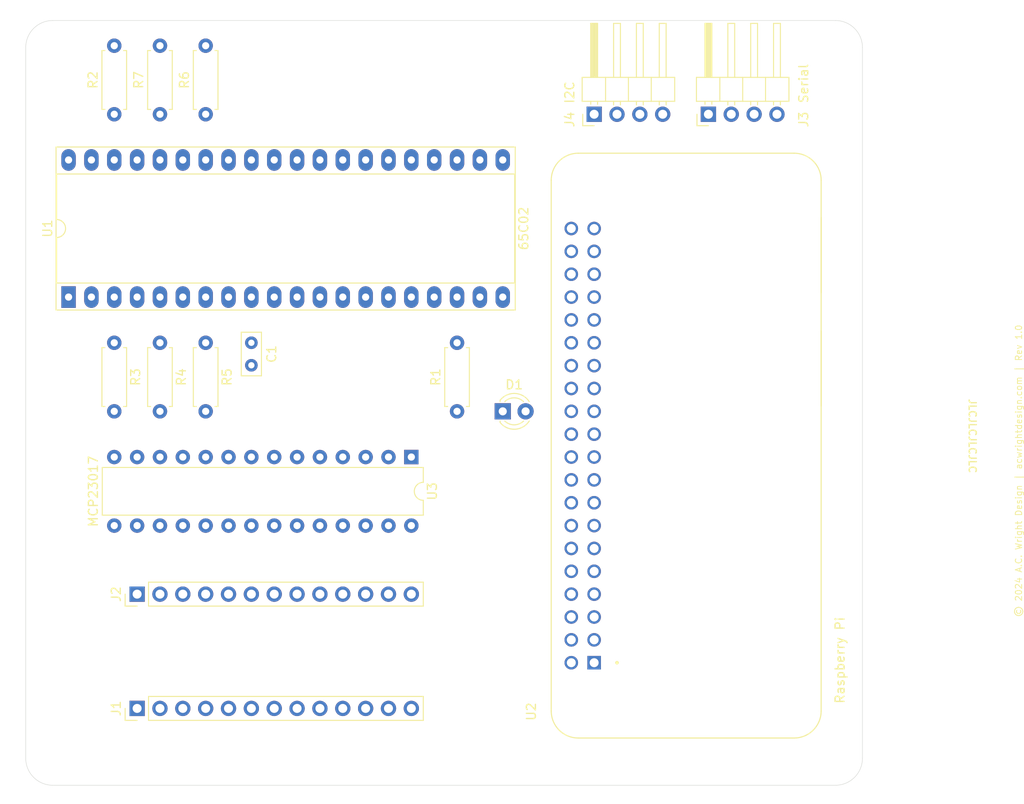
<source format=kicad_pcb>
(kicad_pcb (version 20240108) (generator "pcbnew") (generator_version "8.0")
  (title_block (title "6502 Pi SBC") (date "2024-05-27") (rev "1.0") (company "A.C. Wright Design"))
  (layers (0 "F.Cu" signal) (31 "B.Cu" signal) (34 "B.Paste" user) (35 "F.Paste" user) (36 "B.SilkS" user "B.Silkscreen") (37 "F.SilkS" user "F.Silkscreen") (38 "B.Mask" user) (39 "F.Mask" user) (44 "Edge.Cuts" user))
  (net 0 "")
  (net 1 "GND")
  (net 2 "3V3")
  (net 3 "Net-(D1-K)")
  (net 4 "IRQB")
  (net 5 "NMIB")
  (net 6 "D2")
  (net 7 "A2")
  (net 8 "RESB")
  (net 9 "A9")
  (net 10 "Net-(D1-A)")
  (net 11 "A6")
  (net 12 "A1")
  (net 13 "RWB")
  (net 14 "A15")
  (net 15 "D0")
  (net 16 "SDA")
  (net 17 "A12")
  (net 18 "SCL")
  (net 19 "INTB")
  (net 20 "INTA")
  (net 21 "A0")
  (net 22 "A11")
  (net 23 "D1")
  (net 24 "TX")
  (net 25 "A7")
  (net 26 "PHI2")
  (net 27 "D5")
  (net 28 "A14")
  (net 29 "A4")
  (net 30 "A3")
  (net 31 "D7")
  (net 32 "A8")
  (net 33 "A13")
  (net 34 "A10")
  (net 35 "RX")
  (net 36 "D4")
  (net 37 "A5")
  (net 38 "D3")
  (net 39 "D6")
  (net 40 "RDY")
  (net 41 "BE")
  (net 42 "SOB")
  (net 43 "VPB")
  (net 46 "MLB")
  (net 47 "SYNC")
  (footprint "Capacitor_THT:C_Rect_L4.6mm_W2.0mm_P2.50mm_MKS02_FKP02" (layer "F.Cu") (at 132.08 83.82 -90)
    (property "Reference" "C1" (at 1.25 -2.25 90) (layer "F.SilkS"))
    (property "Value" "100nF")
    (fp_line (start -1.17 1.12) (end 3.67 1.12) (stroke (width 0.12)) (layer "F.SilkS"))
    (fp_line (start -1.17 -1.12) (end -1.17 1.12) (stroke (width 0.12)) (layer "F.SilkS"))
    (fp_line (start -1.17 -1.12) (end 3.67 -1.12) (stroke (width 0.12)) (layer "F.SilkS"))
    (fp_line (start 3.67 -1.12) (end 3.67 1.12) (stroke (width 0.12)) (layer "F.SilkS"))
    (pad "1" thru_hole circle (at 0 0 270) (size 1.4 1.4) (drill 0.7) (layers "*.Cu" "*.Mask") (net 2 "3V3"))
    (pad "2" thru_hole circle (at 2.5 0 270) (size 1.4 1.4) (drill 0.7) (layers "*.Cu" "*.Mask") (net 1 "GND"))
  )
  (footprint "Resistor_THT:R_Axial_DIN0207_L6.3mm_D2.5mm_P7.62mm_Horizontal" (layer "F.Cu") (at 154.94 91.44 90)
    (property "Reference" "R1" (at 3.81 -2.37 270) (layer "F.SilkS"))
    (property "Value" "1k")
    (fp_line (start 7.08 -1.37) (end 7.08 -1.04) (stroke (width 0.12)) (layer "F.SilkS"))
    (fp_line (start 0.54 -1.37) (end 7.08 -1.37) (stroke (width 0.12)) (layer "F.SilkS"))
    (fp_line (start 0.54 -1.04) (end 0.54 -1.37) (stroke (width 0.12)) (layer "F.SilkS"))
    (fp_line (start 0.54 1.04) (end 0.54 1.37) (stroke (width 0.12)) (layer "F.SilkS"))
    (fp_line (start 7.08 1.37) (end 7.08 1.04) (stroke (width 0.12)) (layer "F.SilkS"))
    (fp_line (start 0.54 1.37) (end 7.08 1.37) (stroke (width 0.12)) (layer "F.SilkS"))
    (pad "1" thru_hole circle (at 0 0 90) (size 1.6 1.6) (drill 0.8) (layers "*.Cu" "*.Mask") (net 3 "Net-(D1-K)"))
    (pad "2" thru_hole oval (at 7.62 0 90) (size 1.6 1.6) (drill 0.8) (layers "*.Cu" "*.Mask") (net 1 "GND"))
  )
  (footprint "Connector_PinHeader_2.54mm:PinHeader_1x04_P2.54mm_Horizontal" (layer "F.Cu") (at 170.18 58.42 90)
    (property "Reference" "J4" (at -0.58 -2.72 270) (layer "F.SilkS"))
    (property "Value" "I2C" (at 2.42 -2.72 270) (layer "F.SilkS"))
    (fp_line (start 4.1 -1.33) (end 1.44 -1.33) (stroke (width 0.12)) (layer "F.SilkS"))
    (fp_line (start 1.44 -1.33) (end 1.44 8.95) (stroke (width 0.12)) (layer "F.SilkS"))
    (fp_line (start -1.27 -1.27) (end 0 -1.27) (stroke (width 0.12)) (layer "F.SilkS"))
    (fp_line (start 10.1 -0.38) (end 10.1 0.38) (stroke (width 0.12)) (layer "F.SilkS"))
    (fp_line (start 4.1 -0.38) (end 10.1 -0.38) (stroke (width 0.12)) (layer "F.SilkS"))
    (fp_line (start 1.11 -0.38) (end 1.44 -0.38) (stroke (width 0.12)) (layer "F.SilkS"))
    (fp_line (start 4.1 -0.32) (end 10.1 -0.32) (stroke (width 0.12)) (layer "F.SilkS"))
    (fp_line (start 4.1 -0.2) (end 10.1 -0.2) (stroke (width 0.12)) (layer "F.SilkS"))
    (fp_line (start 4.1 -0.08) (end 10.1 -0.08) (stroke (width 0.12)) (layer "F.SilkS"))
    (fp_line (start -1.27 0) (end -1.27 -1.27) (stroke (width 0.12)) (layer "F.SilkS"))
    (fp_line (start 4.1 0.04) (end 10.1 0.04) (stroke (width 0.12)) (layer "F.SilkS"))
    (fp_line (start 4.1 0.16) (end 10.1 0.16) (stroke (width 0.12)) (layer "F.SilkS"))
    (fp_line (start 4.1 0.28) (end 10.1 0.28) (stroke (width 0.12)) (layer "F.SilkS"))
    (fp_line (start 10.1 0.38) (end 4.1 0.38) (stroke (width 0.12)) (layer "F.SilkS"))
    (fp_line (start 1.11 0.38) (end 1.44 0.38) (stroke (width 0.12)) (layer "F.SilkS"))
    (fp_line (start 1.44 1.27) (end 4.1 1.27) (stroke (width 0.12)) (layer "F.SilkS"))
    (fp_line (start 10.1 2.16) (end 10.1 2.92) (stroke (width 0.12)) (layer "F.SilkS"))
    (fp_line (start 4.1 2.16) (end 10.1 2.16) (stroke (width 0.12)) (layer "F.SilkS"))
    (fp_line (start 1.042929 2.16) (end 1.44 2.16) (stroke (width 0.12)) (layer "F.SilkS"))
    (fp_line (start 10.1 2.92) (end 4.1 2.92) (stroke (width 0.12)) (layer "F.SilkS"))
    (fp_line (start 1.042929 2.92) (end 1.44 2.92) (stroke (width 0.12)) (layer "F.SilkS"))
    (fp_line (start 1.44 3.81) (end 4.1 3.81) (stroke (width 0.12)) (layer "F.SilkS"))
    (fp_line (start 10.1 4.7) (end 10.1 5.46) (stroke (width 0.12)) (layer "F.SilkS"))
    (fp_line (start 4.1 4.7) (end 10.1 4.7) (stroke (width 0.12)) (layer "F.SilkS"))
    (fp_line (start 1.042929 4.7) (end 1.44 4.7) (stroke (width 0.12)) (layer "F.SilkS"))
    (fp_line (start 10.1 5.46) (end 4.1 5.46) (stroke (width 0.12)) (layer "F.SilkS"))
    (fp_line (start 1.042929 5.46) (end 1.44 5.46) (stroke (width 0.12)) (layer "F.SilkS"))
    (fp_line (start 1.44 6.35) (end 4.1 6.35) (stroke (width 0.12)) (layer "F.SilkS"))
    (fp_line (start 10.1 7.24) (end 10.1 8) (stroke (width 0.12)) (layer "F.SilkS"))
    (fp_line (start 4.1 7.24) (end 10.1 7.24) (stroke (width 0.12)) (layer "F.SilkS"))
    (fp_line (start 1.042929 7.24) (end 1.44 7.24) (stroke (width 0.12)) (layer "F.SilkS"))
    (fp_line (start 10.1 8) (end 4.1 8) (stroke (width 0.12)) (layer "F.SilkS"))
    (fp_line (start 1.042929 8) (end 1.44 8) (stroke (width 0.12)) (layer "F.SilkS"))
    (fp_line (start 4.1 8.95) (end 4.1 -1.33) (stroke (width 0.12)) (layer "F.SilkS"))
    (fp_line (start 1.44 8.95) (end 4.1 8.95) (stroke (width 0.12)) (layer "F.SilkS"))
    (pad "1" thru_hole rect (at 0 0 90) (size 1.7 1.7) (drill 1) (layers "*.Cu" "*.Mask") (net 1 "GND"))
    (pad "2" thru_hole oval (at 0 2.54 90) (size 1.7 1.7) (drill 1) (layers "*.Cu" "*.Mask") (net 18 "SCL"))
    (pad "3" thru_hole oval (at 0 5.08 90) (size 1.7 1.7) (drill 1) (layers "*.Cu" "*.Mask") (net 16 "SDA"))
    (pad "4" thru_hole oval (at 0 7.62 90) (size 1.7 1.7) (drill 1) (layers "*.Cu" "*.Mask") (net 2 "3V3"))
  )
  (footprint "Package_DIP:DIP-28_W7.62mm" (layer "F.Cu") (at 149.86 96.52 -90)
    (property "Reference" "U3" (at 3.81 -2.33 90) (layer "F.SilkS"))
    (property "Value" "MCP23017" (at 3.81 35.35 90) (layer "F.SilkS"))
    (fp_line (start 1.16 34.35) (end 6.46 34.35) (stroke (width 0.12)) (layer "F.SilkS"))
    (fp_line (start 6.46 34.35) (end 6.46 -1.33) (stroke (width 0.12)) (layer "F.SilkS"))
    (fp_line (start 1.16 -1.33) (end 1.16 34.35) (stroke (width 0.12)) (layer "F.SilkS"))
    (fp_line (start 2.81 -1.33) (end 1.16 -1.33) (stroke (width 0.12)) (layer "F.SilkS"))
    (fp_line (start 6.46 -1.33) (end 4.81 -1.33) (stroke (width 0.12)) (layer "F.SilkS"))
    (fp_arc (start 4.81 -1.33) (mid 3.81 -0.33) (end 2.81 -1.33) (stroke (width 0.12)) (layer "F.SilkS"))
    (pad "1" thru_hole rect (at 0 0 270) (size 1.6 1.6) (drill 0.8) (layers "*.Cu" "*.Mask") (net 32 "A8"))
    (pad "2" thru_hole oval (at 0 2.54 270) (size 1.6 1.6) (drill 0.8) (layers "*.Cu" "*.Mask") (net 9 "A9"))
    (pad "3" thru_hole oval (at 0 5.08 270) (size 1.6 1.6) (drill 0.8) (layers "*.Cu" "*.Mask") (net 34 "A10"))
    (pad "4" thru_hole oval (at 0 7.62 270) (size 1.6 1.6) (drill 0.8) (layers "*.Cu" "*.Mask") (net 22 "A11"))
    (pad "5" thru_hole oval (at 0 10.16 270) (size 1.6 1.6) (drill 0.8) (layers "*.Cu" "*.Mask") (net 17 "A12"))
    (pad "6" thru_hole oval (at 0 12.7 270) (size 1.6 1.6) (drill 0.8) (layers "*.Cu" "*.Mask") (net 33 "A13"))
    (pad "7" thru_hole oval (at 0 15.24 270) (size 1.6 1.6) (drill 0.8) (layers "*.Cu" "*.Mask") (net 28 "A14"))
    (pad "8" thru_hole oval (at 0 17.78 270) (size 1.6 1.6) (drill 0.8) (layers "*.Cu" "*.Mask") (net 14 "A15"))
    (pad "9" thru_hole oval (at 0 20.32 270) (size 1.6 1.6) (drill 0.8) (layers "*.Cu" "*.Mask") (net 2 "3V3"))
    (pad "10" thru_hole oval (at 0 22.86 270) (size 1.6 1.6) (drill 0.8) (layers "*.Cu" "*.Mask") (net 1 "GND"))
    (pad "11" thru_hole oval (at 0 25.4 270) (size 1.6 1.6) (drill 0.8) (layers "*.Cu" "*.Mask"))
    (pad "12" thru_hole oval (at 0 27.94 270) (size 1.6 1.6) (drill 0.8) (layers "*.Cu" "*.Mask") (net 18 "SCL"))
    (pad "13" thru_hole oval (at 0 30.48 270) (size 1.6 1.6) (drill 0.8) (layers "*.Cu" "*.Mask") (net 16 "SDA"))
    (pad "14" thru_hole oval (at 0 33.02 270) (size 1.6 1.6) (drill 0.8) (layers "*.Cu" "*.Mask"))
    (pad "15" thru_hole oval (at 7.62 33.02 270) (size 1.6 1.6) (drill 0.8) (layers "*.Cu" "*.Mask") (net 1 "GND"))
    (pad "16" thru_hole oval (at 7.62 30.48 270) (size 1.6 1.6) (drill 0.8) (layers "*.Cu" "*.Mask") (net 1 "GND"))
    (pad "17" thru_hole oval (at 7.62 27.94 270) (size 1.6 1.6) (drill 0.8) (layers "*.Cu" "*.Mask") (net 1 "GND"))
    (pad "18" thru_hole oval (at 7.62 25.4 270) (size 1.6 1.6) (drill 0.8) (layers "*.Cu" "*.Mask") (net 8 "RESB"))
    (pad "19" thru_hole oval (at 7.62 22.86 270) (size 1.6 1.6) (drill 0.8) (layers "*.Cu" "*.Mask") (net 19 "INTB"))
    (pad "20" thru_hole oval (at 7.62 20.32 270) (size 1.6 1.6) (drill 0.8) (layers "*.Cu" "*.Mask") (net 20 "INTA"))
    (pad "21" thru_hole oval (at 7.62 17.78 270) (size 1.6 1.6) (drill 0.8) (layers "*.Cu" "*.Mask") (net 21 "A0"))
    (pad "22" thru_hole oval (at 7.62 15.24 270) (size 1.6 1.6) (drill 0.8) (layers "*.Cu" "*.Mask") (net 12 "A1"))
    (pad "23" thru_hole oval (at 7.62 12.7 270) (size 1.6 1.6) (drill 0.8) (layers "*.Cu" "*.Mask") (net 7 "A2"))
    (pad "24" thru_hole oval (at 7.62 10.16 270) (size 1.6 1.6) (drill 0.8) (layers "*.Cu" "*.Mask") (net 30 "A3"))
    (pad "25" thru_hole oval (at 7.62 7.62 270) (size 1.6 1.6) (drill 0.8) (layers "*.Cu" "*.Mask") (net 29 "A4"))
    (pad "26" thru_hole oval (at 7.62 5.08 270) (size 1.6 1.6) (drill 0.8) (layers "*.Cu" "*.Mask") (net 37 "A5"))
    (pad "27" thru_hole oval (at 7.62 2.54 270) (size 1.6 1.6) (drill 0.8) (layers "*.Cu" "*.Mask") (net 11 "A6"))
    (pad "28" thru_hole oval (at 7.62 0 270) (size 1.6 1.6) (drill 0.8) (layers "*.Cu" "*.Mask") (net 25 "A7"))
  )
  (footprint "LED_THT:LED_D3.0mm" (layer "F.Cu") (at 160.02 91.44)
    (property "Reference" "D1" (at 1.27 -2.96 0) (layer "F.SilkS"))
    (property "Value" "LED")
    (fp_line (start -0.29 -1.236) (end -0.29 -1.08) (stroke (width 0.12)) (layer "F.SilkS"))
    (fp_line (start -0.29 1.08) (end -0.29 1.236) (stroke (width 0.12)) (layer "F.SilkS"))
    (fp_arc (start -0.29 -1.235516) (mid 1.366487 -1.987659) (end 2.942335 -1.078608) (stroke (width 0.12)) (layer "F.SilkS"))
    (fp_arc (start 0.229039 -1.08) (mid 1.270117 -1.5) (end 2.31113 -1.079837) (stroke (width 0.12)) (layer "F.SilkS"))
    (fp_arc (start 2.31113 1.079837) (mid 1.270117 1.5) (end 0.229039 1.08) (stroke (width 0.12)) (layer "F.SilkS"))
    (fp_arc (start 2.942335 1.078608) (mid 1.366487 1.987659) (end -0.29 1.235516) (stroke (width 0.12)) (layer "F.SilkS"))
    (pad "1" thru_hole rect (at 0 0) (size 1.8 1.8) (drill 0.9) (layers "*.Cu" "*.Mask") (net 3 "Net-(D1-K)"))
    (pad "2" thru_hole circle (at 2.54 0) (size 1.8 1.8) (drill 0.9) (layers "*.Cu" "*.Mask") (net 10 "Net-(D1-A)"))
  )
  (footprint "Resistor_THT:R_Axial_DIN0207_L6.3mm_D2.5mm_P7.62mm_Horizontal" (layer "F.Cu") (at 116.84 58.42 90)
    (property "Reference" "R2" (at 3.81 -2.37 270) (layer "F.SilkS"))
    (property "Value" "1k")
    (fp_line (start 7.08 -1.37) (end 7.08 -1.04) (stroke (width 0.12)) (layer "F.SilkS"))
    (fp_line (start 0.54 -1.37) (end 7.08 -1.37) (stroke (width 0.12)) (layer "F.SilkS"))
    (fp_line (start 0.54 -1.04) (end 0.54 -1.37) (stroke (width 0.12)) (layer "F.SilkS"))
    (fp_line (start 0.54 1.04) (end 0.54 1.37) (stroke (width 0.12)) (layer "F.SilkS"))
    (fp_line (start 7.08 1.37) (end 7.08 1.04) (stroke (width 0.12)) (layer "F.SilkS"))
    (fp_line (start 0.54 1.37) (end 7.08 1.37) (stroke (width 0.12)) (layer "F.SilkS"))
    (pad "1" thru_hole circle (at 0 0 90) (size 1.6 1.6) (drill 0.8) (layers "*.Cu" "*.Mask") (net 8 "RESB"))
    (pad "2" thru_hole oval (at 7.62 0 90) (size 1.6 1.6) (drill 0.8) (layers "*.Cu" "*.Mask") (net 2 "3V3"))
  )
  (footprint "MountingHole:MountingHole_2.5mm" (layer "F.Cu") (at 111 129)
    (property "Reference" "REF**" (hide yes))
    (property "Value" "MountingHole_2.5mm" (hide yes))
    (pad "" np_thru_hole circle (at 0 0) (size 2.5 2.5) (drill 2.5) (layers "*.Cu" "*.Mask"))
  )
  (footprint "6502 Parts:Raspberry Pi Zero" (layer "F.Cu") (at 180.41 95.25 90)
    (property "Reference" "U2" (at -29.569 -17.2162 270) (layer "F.SilkS") (effects (font (size 1.00189 1.00189))))
    (property "Value" "Raspberry Pi" (at -23.85503 17.091045 270) (layer "F.SilkS") (effects (font (size 1.000559 1.000559))))
    (fp_line (start 29.5 -15) (end -29.5 -15) (stroke (width 0.127)) (layer "F.SilkS"))
    (fp_line (start -32.5 -12) (end -32.5 12) (stroke (width 0.127)) (layer "F.SilkS"))
    (fp_line (start 32.5 12) (end 32.5 -12) (stroke (width 0.127)) (layer "F.SilkS"))
    (fp_line (start 17 15) (end 25.35 15) (stroke (width 0.127)) (layer "F.SilkS"))
    (fp_line (start 4.4 15) (end 12.75 15) (stroke (width 0.127)) (layer "F.SilkS"))
    (fp_line (start -29.5 15) (end 29.5 15) (stroke (width 0.127)) (layer "F.SilkS"))
    (fp_arc (start 29.5 -15) (mid 31.62132 -14.12132) (end 32.5 -12) (stroke (width 0.127)) (layer "F.SilkS"))
    (fp_arc (start -32.5 -12) (mid -31.62132 -14.12132) (end -29.5 -15) (stroke (width 0.127)) (layer "F.SilkS"))
    (fp_arc (start 32.5 12) (mid 31.62132 14.12132) (end 29.5 15) (stroke (width 0.127)) (layer "F.SilkS"))
    (fp_arc (start -29.5 15) (mid -31.62132 14.12132) (end -32.5 12) (stroke (width 0.127)) (layer "F.SilkS"))
    (fp_circle (center -24.13 -7.69) (end -24.03 -7.69) (stroke (width 0.2)) (fill none) (layer "F.SilkS"))
    (pad "" np_thru_hole circle (at -29 -11.5 90) (size 2.75 2.75) (drill 2.75) (layers "*.Cu" "*.Mask"))
    (pad "" np_thru_hole circle (at -29 11.5 90) (size 2.75 2.75) (drill 2.75) (layers "*.Cu" "*.Mask"))
    (pad "" np_thru_hole circle (at 29 -11.5 90) (size 2.75 2.75) (drill 2.75) (layers "*.Cu" "*.Mask"))
    (pad "" np_thru_hole circle (at 29 11.5 90) (size 2.75 2.75) (drill 2.75) (layers "*.Cu" "*.Mask"))
    (pad "1" thru_hole rect (at -24.13 -10.23 90) (size 1.508 1.508) (drill 1) (layers "*.Cu" "*.Mask") (net 2 "3V3"))
    (pad "2" thru_hole circle (at -24.13 -12.77 90) (size 1.508 1.508) (drill 1) (layers "*.Cu" "*.Mask"))
    (pad "3" thru_hole circle (at -21.59 -10.23 90) (size 1.508 1.508) (drill 1) (layers "*.Cu" "*.Mask") (net 16 "SDA"))
    (pad "4" thru_hole circle (at -21.59 -12.77 90) (size 1.508 1.508) (drill 1) (layers "*.Cu" "*.Mask"))
    (pad "5" thru_hole circle (at -19.05 -10.23 90) (size 1.508 1.508) (drill 1) (layers "*.Cu" "*.Mask") (net 18 "SCL"))
    (pad "6" thru_hole circle (at -19.05 -12.77 90) (size 1.508 1.508) (drill 1) (layers "*.Cu" "*.Mask") (net 1 "GND"))
    (pad "7" thru_hole circle (at -16.51 -10.23 90) (size 1.508 1.508) (drill 1) (layers "*.Cu" "*.Mask") (net 15 "D0"))
    (pad "8" thru_hole circle (at -16.51 -12.77 90) (size 1.508 1.508) (drill 1) (layers "*.Cu" "*.Mask") (net 24 "TX"))
    (pad "9" thru_hole circle (at -13.97 -10.23 90) (size 1.508 1.508) (drill 1) (layers "*.Cu" "*.Mask") (net 1 "GND"))
    (pad "10" thru_hole circle (at -13.97 -12.77 90) (size 1.508 1.508) (drill 1) (layers "*.Cu" "*.Mask") (net 35 "RX"))
    (pad "11" thru_hole circle (at -11.43 -10.23 90) (size 1.508 1.508) (drill 1) (layers "*.Cu" "*.Mask") (net 19 "INTB"))
    (pad "12" thru_hole circle (at -11.43 -12.77 90) (size 1.508 1.508) (drill 1) (layers "*.Cu" "*.Mask") (net 26 "PHI2"))
    (pad "13" thru_hole circle (at -8.89 -10.23 90) (size 1.508 1.508) (drill 1) (layers "*.Cu" "*.Mask") (net 4 "IRQB"))
    (pad "14" thru_hole circle (at -8.89 -12.77 90) (size 1.508 1.508) (drill 1) (layers "*.Cu" "*.Mask") (net 1 "GND"))
    (pad "15" thru_hole circle (at -6.35 -10.23 90) (size 1.508 1.508) (drill 1) (layers "*.Cu" "*.Mask") (net 5 "NMIB"))
    (pad "16" thru_hole circle (at -6.35 -12.77 90) (size 1.508 1.508) (drill 1) (layers "*.Cu" "*.Mask") (net 41 "BE"))
    (pad "17" thru_hole circle (at -3.81 -10.23 90) (size 1.508 1.508) (drill 1) (layers "*.Cu" "*.Mask") (net 2 "3V3"))
    (pad "18" thru_hole circle (at -3.81 -12.77 90) (size 1.508 1.508) (drill 1) (layers "*.Cu" "*.Mask") (net 42 "SOB"))
    (pad "19" thru_hole circle (at -1.27 -10.23 90) (size 1.508 1.508) (drill 1) (layers "*.Cu" "*.Mask") (net 39 "D6"))
    (pad "20" thru_hole circle (at -1.27 -12.77 90) (size 1.508 1.508) (drill 1) (layers "*.Cu" "*.Mask") (net 1 "GND"))
    (pad "21" thru_hole circle (at 1.27 -10.23 90) (size 1.508 1.508) (drill 1) (layers "*.Cu" "*.Mask") (net 27 "D5"))
    (pad "22" thru_hole circle (at 1.27 -12.77 90) (size 1.508 1.508) (drill 1) (layers "*.Cu" "*.Mask") (net 10 "Net-(D1-A)"))
    (pad "23" thru_hole circle (at 3.81 -10.23 90) (size 1.508 1.508) (drill 1) (layers "*.Cu" "*.Mask") (net 31 "D7"))
    (pad "24" thru_hole circle (at 3.81 -12.77 90) (size 1.508 1.508) (drill 1) (layers "*.Cu" "*.Mask") (net 36 "D4"))
    (pad "25" thru_hole circle (at 6.35 -10.23 90) (size 1.508 1.508) (drill 1) (layers "*.Cu" "*.Mask") (net 1 "GND"))
    (pad "26" thru_hole circle (at 6.35 -12.77 90) (size 1.508 1.508) (drill 1) (layers "*.Cu" "*.Mask") (net 38 "D3"))
    (pad "27" thru_hole circle (at 8.89 -10.23 90) (size 1.508 1.508) (drill 1) (layers "*.Cu" "*.Mask"))
    (pad "28" thru_hole circle (at 8.89 -12.77 90) (size 1.508 1.508) (drill 1) (layers "*.Cu" "*.Mask"))
    (pad "29" thru_hole circle (at 11.43 -10.23 90) (size 1.508 1.508) (drill 1) (layers "*.Cu" "*.Mask") (net 23 "D1"))
    (pad "30" thru_hole circle (at 11.43 -12.77 90) (size 1.508 1.508) (drill 1) (layers "*.Cu" "*.Mask") (net 1 "GND"))
    (pad "31" thru_hole circle (at 13.97 -10.23 90) (size 1.508 1.508) (drill 1) (layers "*.Cu" "*.Mask") (net 6 "D2"))
    (pad "32" thru_hole circle (at 13.97 -12.77 90) (size 1.508 1.508) (drill 1) (layers "*.Cu" "*.Mask") (net 47 "SYNC"))
    (pad "33" thru_hole circle (at 16.51 -10.23 90) (size 1.508 1.508) (drill 1) (layers "*.Cu" "*.Mask") (net 13 "RWB"))
    (pad "34" thru_hole circle (at 16.51 -12.77 90) (size 1.508 1.508) (drill 1) (layers "*.Cu" "*.Mask") (net 1 "GND"))
    (pad "35" thru_hole circle (at 19.05 -10.23 90) (size 1.508 1.508) (drill 1) (layers "*.Cu" "*.Mask") (net 40 "RDY"))
    (pad "36" thru_hole circle (at 19.05 -12.77 90) (size 1.508 1.508) (drill 1) (layers "*.Cu" "*.Mask") (net 20 "INTA"))
    (pad "37" thru_hole circle (at 21.59 -10.23 90) (size 1.508 1.508) (drill 1) (layers "*.Cu" "*.Mask") (net 8 "RESB"))
    (pad "38" thru_hole circle (at 21.59 -12.77 90) (size 1.508 1.508) (drill 1) (layers "*.Cu" "*.Mask") (net 46 "MLB"))
    (pad "39" thru_hole circle (at 24.13 -10.23 90) (size 1.508 1.508) (drill 1) (layers "*.Cu" "*.Mask") (net 1 "GND"))
    (pad "40" thru_hole circle (at 24.13 -12.77 90) (size 1.508 1.508) (drill 1) (layers "*.Cu" "*.Mask") (net 43 "VPB"))
  )
  (footprint "Connector_PinHeader_2.54mm:PinHeader_1x13_P2.54mm_Vertical" (layer "F.Cu") (at 119.38 124.46 90)
    (property "Reference" "J1" (at 0 -2.33 270) (layer "F.SilkS"))
    (property "Value" "Conn_01x13" (hide yes))
    (fp_line (start -1.33 -1.33) (end 0 -1.33) (stroke (width 0.12)) (layer "F.SilkS"))
    (fp_line (start -1.33 0) (end -1.33 -1.33) (stroke (width 0.12)) (layer "F.SilkS"))
    (fp_line (start 1.33 1.27) (end 1.33 31.81) (stroke (width 0.12)) (layer "F.SilkS"))
    (fp_line (start -1.33 1.27) (end 1.33 1.27) (stroke (width 0.12)) (layer "F.SilkS"))
    (fp_line (start -1.33 1.27) (end -1.33 31.81) (stroke (width 0.12)) (layer "F.SilkS"))
    (fp_line (start -1.33 31.81) (end 1.33 31.81) (stroke (width 0.12)) (layer "F.SilkS"))
    (pad "1" thru_hole rect (at 0 0 90) (size 1.7 1.7) (drill 1) (layers "*.Cu" "*.Mask") (net 2 "3V3"))
    (pad "2" thru_hole oval (at 0 2.54 90) (size 1.7 1.7) (drill 1) (layers "*.Cu" "*.Mask") (net 1 "GND"))
    (pad "3" thru_hole oval (at 0 5.08 90) (size 1.7 1.7) (drill 1) (layers "*.Cu" "*.Mask") (net 18 "SCL"))
    (pad "4" thru_hole oval (at 0 7.62 90) (size 1.7 1.7) (drill 1) (layers "*.Cu" "*.Mask") (net 16 "SDA"))
    (pad "5" thru_hole oval (at 0 10.16 90) (size 1.7 1.7) (drill 1) (layers "*.Cu" "*.Mask") (net 8 "RESB"))
    (pad "6" thru_hole oval (at 0 12.7 90) (size 1.7 1.7) (drill 1) (layers "*.Cu" "*.Mask") (net 21 "A0"))
    (pad "7" thru_hole oval (at 0 15.24 90) (size 1.7 1.7) (drill 1) (layers "*.Cu" "*.Mask") (net 12 "A1"))
    (pad "8" thru_hole oval (at 0 17.78 90) (size 1.7 1.7) (drill 1) (layers "*.Cu" "*.Mask") (net 7 "A2"))
    (pad "9" thru_hole oval (at 0 20.32 90) (size 1.7 1.7) (drill 1) (layers "*.Cu" "*.Mask") (net 30 "A3"))
    (pad "10" thru_hole oval (at 0 22.86 90) (size 1.7 1.7) (drill 1) (layers "*.Cu" "*.Mask") (net 29 "A4"))
    (pad "11" thru_hole oval (at 0 25.4 90) (size 1.7 1.7) (drill 1) (layers "*.Cu" "*.Mask") (net 37 "A5"))
    (pad "12" thru_hole oval (at 0 27.94 90) (size 1.7 1.7) (drill 1) (layers "*.Cu" "*.Mask") (net 11 "A6"))
    (pad "13" thru_hole oval (at 0 30.48 90) (size 1.7 1.7) (drill 1) (layers "*.Cu" "*.Mask") (net 25 "A7"))
  )
  (footprint "MountingHole:MountingHole_2.5mm" (layer "F.Cu") (at 111 52)
    (property "Reference" "REF**" (hide yes))
    (property "Value" "MountingHole_2.5mm" (hide yes))
    (pad "" np_thru_hole circle (at 0 0) (size 2.5 2.5) (drill 2.5) (layers "F&B.Cu" "*.Mask"))
  )
  (footprint "MountingHole:MountingHole_2.5mm" (layer "F.Cu") (at 196 52)
    (property "Reference" "REF**" (hide yes))
    (property "Value" "MountingHole_2.5mm" (hide yes))
    (pad "" np_thru_hole circle (at 0 0) (size 2.5 2.5) (drill 2.5) (layers "F&B.Cu" "*.Mask"))
  )
  (footprint "Connector_PinHeader_2.54mm:PinHeader_1x13_P2.54mm_Vertical" (layer "F.Cu") (at 119.38 111.76 90)
    (property "Reference" "J2" (at 0 -2.33 270) (layer "F.SilkS"))
    (property "Value" "Conn_01x13" (hide yes))
    (fp_line (start -1.33 -1.33) (end 0 -1.33) (stroke (width 0.12)) (layer "F.SilkS"))
    (fp_line (start -1.33 0) (end -1.33 -1.33) (stroke (width 0.12)) (layer "F.SilkS"))
    (fp_line (start 1.33 1.27) (end 1.33 31.81) (stroke (width 0.12)) (layer "F.SilkS"))
    (fp_line (start -1.33 1.27) (end 1.33 1.27) (stroke (width 0.12)) (layer "F.SilkS"))
    (fp_line (start -1.33 1.27) (end -1.33 31.81) (stroke (width 0.12)) (layer "F.SilkS"))
    (fp_line (start -1.33 31.81) (end 1.33 31.81) (stroke (width 0.12)) (layer "F.SilkS"))
    (pad "1" thru_hole rect (at 0 0 90) (size 1.7 1.7) (drill 1) (layers "*.Cu" "*.Mask") (net 20 "INTA"))
    (pad "2" thru_hole oval (at 0 2.54 90) (size 1.7 1.7) (drill 1) (layers "*.Cu" "*.Mask") (net 19 "INTB"))
    (pad "3" thru_hole oval (at 0 5.08 90) (size 1.7 1.7) (drill 1) (layers "*.Cu" "*.Mask") (net 1 "GND"))
    (pad "4" thru_hole oval (at 0 7.62 90) (size 1.7 1.7) (drill 1) (layers "*.Cu" "*.Mask") (net 1 "GND"))
    (pad "5" thru_hole oval (at 0 10.16 90) (size 1.7 1.7) (drill 1) (layers "*.Cu" "*.Mask") (net 1 "GND"))
    (pad "6" thru_hole oval (at 0 12.7 90) (size 1.7 1.7) (drill 1) (layers "*.Cu" "*.Mask") (net 14 "A15"))
    (pad "7" thru_hole oval (at 0 15.24 90) (size 1.7 1.7) (drill 1) (layers "*.Cu" "*.Mask") (net 28 "A14"))
    (pad "8" thru_hole oval (at 0 17.78 90) (size 1.7 1.7) (drill 1) (layers "*.Cu" "*.Mask") (net 33 "A13"))
    (pad "9" thru_hole oval (at 0 20.32 90) (size 1.7 1.7) (drill 1) (layers "*.Cu" "*.Mask") (net 17 "A12"))
    (pad "10" thru_hole oval (at 0 22.86 90) (size 1.7 1.7) (drill 1) (layers "*.Cu" "*.Mask") (net 22 "A11"))
    (pad "11" thru_hole oval (at 0 25.4 90) (size 1.7 1.7) (drill 1) (layers "*.Cu" "*.Mask") (net 34 "A10"))
    (pad "12" thru_hole oval (at 0 27.94 90) (size 1.7 1.7) (drill 1) (layers "*.Cu" "*.Mask") (net 9 "A9"))
    (pad "13" thru_hole oval (at 0 30.48 90) (size 1.7 1.7) (drill 1) (layers "*.Cu" "*.Mask") (net 32 "A8"))
  )
  (footprint "MountingHole:MountingHole_2.5mm" (layer "F.Cu") (at 196 129)
    (property "Reference" "REF**" (hide yes))
    (property "Value" "MountingHole_2.5mm" (hide yes))
    (pad "" np_thru_hole circle (at 0 0) (size 2.5 2.5) (drill 2.5) (layers "F&B.Cu" "*.Mask"))
  )
  (footprint "Package_DIP:DIP-40_W15.24mm_Socket_LongPads" (layer "F.Cu") (at 111.76 78.74 90)
    (property "Reference" "U1" (at 7.62 -2.33 270) (layer "F.SilkS"))
    (property "Value" "65C02" (at 7.62 50.59 270) (layer "F.SilkS"))
    (fp_line (start 16.68 -1.39) (end -1.44 -1.39) (stroke (width 0.12)) (layer "F.SilkS"))
    (fp_line (start -1.44 -1.39) (end -1.44 49.65) (stroke (width 0.12)) (layer "F.SilkS"))
    (fp_line (start 13.68 -1.33) (end 8.62 -1.33) (stroke (width 0.12)) (layer "F.SilkS"))
    (fp_line (start 6.62 -1.33) (end 1.56 -1.33) (stroke (width 0.12)) (layer "F.SilkS"))
    (fp_line (start 1.56 -1.33) (end 1.56 49.59) (stroke (width 0.12)) (layer "F.SilkS"))
    (fp_line (start 13.68 49.59) (end 13.68 -1.33) (stroke (width 0.12)) (layer "F.SilkS"))
    (fp_line (start 1.56 49.59) (end 13.68 49.59) (stroke (width 0.12)) (layer "F.SilkS"))
    (fp_line (start 16.68 49.65) (end 16.68 -1.39) (stroke (width 0.12)) (layer "F.SilkS"))
    (fp_line (start -1.44 49.65) (end 16.68 49.65) (stroke (width 0.12)) (layer "F.SilkS"))
    (fp_arc (start 8.62 -1.33) (mid 7.62 -0.33) (end 6.62 -1.33) (stroke (width 0.12)) (layer "F.SilkS"))
    (pad "1" thru_hole rect (at 0 0 90) (size 2.4 1.6) (drill 0.8) (layers "*.Cu" "*.Mask") (net 43 "VPB"))
    (pad "2" thru_hole oval (at 0 2.54 90) (size 2.4 1.6) (drill 0.8) (layers "*.Cu" "*.Mask") (net 40 "RDY"))
    (pad "3" thru_hole oval (at 0 5.08 90) (size 2.4 1.6) (drill 0.8) (layers "*.Cu" "*.Mask"))
    (pad "4" thru_hole oval (at 0 7.62 90) (size 2.4 1.6) (drill 0.8) (layers "*.Cu" "*.Mask") (net 4 "IRQB"))
    (pad "5" thru_hole oval (at 0 10.16 90) (size 2.4 1.6) (drill 0.8) (layers "*.Cu" "*.Mask") (net 46 "MLB"))
    (pad "6" thru_hole oval (at 0 12.7 90) (size 2.4 1.6) (drill 0.8) (layers "*.Cu" "*.Mask") (net 5 "NMIB"))
    (pad "7" thru_hole oval (at 0 15.24 90) (size 2.4 1.6) (drill 0.8) (layers "*.Cu" "*.Mask") (net 47 "SYNC"))
    (pad "8" thru_hole oval (at 0 17.78 90) (size 2.4 1.6) (drill 0.8) (layers "*.Cu" "*.Mask") (net 2 "3V3"))
    (pad "9" thru_hole oval (at 0 20.32 90) (size 2.4 1.6) (drill 0.8) (layers "*.Cu" "*.Mask") (net 21 "A0"))
    (pad "10" thru_hole oval (at 0 22.86 90) (size 2.4 1.6) (drill 0.8) (layers "*.Cu" "*.Mask") (net 12 "A1"))
    (pad "11" thru_hole oval (at 0 25.4 90) (size 2.4 1.6) (drill 0.8) (layers "*.Cu" "*.Mask") (net 7 "A2"))
    (pad "12" thru_hole oval (at 0 27.94 90) (size 2.4 1.6) (drill 0.8) (layers "*.Cu" "*.Mask") (net 30 "A3"))
    (pad "13" thru_hole oval (at 0 30.48 90) (size 2.4 1.6) (drill 0.8) (layers "*.Cu" "*.Mask") (net 29 "A4"))
    (pad "14" thru_hole oval (at 0 33.02 90) (size 2.4 1.6) (drill 0.8) (layers "*.Cu" "*.Mask") (net 37 "A5"))
    (pad "15" thru_hole oval (at 0 35.56 90) (size 2.4 1.6) (drill 0.8) (layers "*.Cu" "*.Mask") (net 11 "A6"))
    (pad "16" thru_hole oval (at 0 38.1 90) (size 2.4 1.6) (drill 0.8) (layers "*.Cu" "*.Mask") (net 25 "A7"))
    (pad "17" thru_hole oval (at 0 40.64 90) (size 2.4 1.6) (drill 0.8) (layers "*.Cu" "*.Mask") (net 32 "A8"))
    (pad "18" thru_hole oval (at 0 43.18 90) (size 2.4 1.6) (drill 0.8) (layers "*.Cu" "*.Mask") (net 9 "A9"))
    (pad "19" thru_hole oval (at 0 45.72 90) (size 2.4 1.6) (drill 0.8) (layers "*.Cu" "*.Mask") (net 34 "A10"))
    (pad "20" thru_hole oval (at 0 48.26 90) (size 2.4 1.6) (drill 0.8) (layers "*.Cu" "*.Mask") (net 22 "A11"))
    (pad "21" thru_hole oval (at 15.24 48.26 90) (size 2.4 1.6) (drill 0.8) (layers "*.Cu" "*.Mask") (net 1 "GND"))
    (pad "22" thru_hole oval (at 15.24 45.72 90) (size 2.4 1.6) (drill 0.8) (layers "*.Cu" "*.Mask") (net 17 "A12"))
    (pad "23" thru_hole oval (at 15.24 43.18 90) (size 2.4 1.6) (drill 0.8) (layers "*.Cu" "*.Mask") (net 33 "A13"))
    (pad "24" thru_hole oval (at 15.24 40.64 90) (size 2.4 1.6) (drill 0.8) (layers "*.Cu" "*.Mask") (net 28 "A14"))
    (pad "25" thru_hole oval (at 15.24 38.1 90) (size 2.4 1.6) (drill 0.8) (layers "*.Cu" "*.Mask") (net 14 "A15"))
    (pad "26" thru_hole oval (at 15.24 35.56 90) (size 2.4 1.6) (drill 0.8) (layers "*.Cu" "*.Mask") (net 31 "D7"))
    (pad "27" thru_hole oval (at 15.24 33.02 90) (size 2.4 1.6) (drill 0.8) (layers "*.Cu" "*.Mask") (net 39 "D6"))
    (pad "28" thru_hole oval (at 15.24 30.48 90) (size 2.4 1.6) (drill 0.8) (layers "*.Cu" "*.Mask") (net 27 "D5"))
    (pad "29" thru_hole oval (at 15.24 27.94 90) (size 2.4 1.6) (drill 0.8) (layers "*.Cu" "*.Mask") (net 36 "D4"))
    (pad "30" thru_hole oval (at 15.24 25.4 90) (size 2.4 1.6) (drill 0.8) (layers "*.Cu" "*.Mask") (net 38 "D3"))
    (pad "31" thru_hole oval (at 15.24 22.86 90) (size 2.4 1.6) (drill 0.8) (layers "*.Cu" "*.Mask") (net 6 "D2"))
    (pad "32" thru_hole oval (at 15.24 20.32 90) (size 2.4 1.6) (drill 0.8) (layers "*.Cu" "*.Mask") (net 23 "D1"))
    (pad "33" thru_hole oval (at 15.24 17.78 90) (size 2.4 1.6) (drill 0.8) (layers "*.Cu" "*.Mask") (net 15 "D0"))
    (pad "34" thru_hole oval (at 15.24 15.24 90) (size 2.4 1.6) (drill 0.8) (layers "*.Cu" "*.Mask") (net 13 "RWB"))
    (pad "35" thru_hole oval (at 15.24 12.7 90) (size 2.4 1.6) (drill 0.8) (layers "*.Cu" "*.Mask"))
    (pad "36" thru_hole oval (at 15.24 10.16 90) (size 2.4 1.6) (drill 0.8) (layers "*.Cu" "*.Mask") (net 41 "BE"))
    (pad "37" thru_hole oval (at 15.24 7.62 90) (size 2.4 1.6) (drill 0.8) (layers "*.Cu" "*.Mask") (net 26 "PHI2"))
    (pad "38" thru_hole oval (at 15.24 5.08 90) (size 2.4 1.6) (drill 0.8) (layers "*.Cu" "*.Mask") (net 42 "SOB"))
    (pad "39" thru_hole oval (at 15.24 2.54 90) (size 2.4 1.6) (drill 0.8) (layers "*.Cu" "*.Mask"))
    (pad "40" thru_hole oval (at 15.24 0 90) (size 2.4 1.6) (drill 0.8) (layers "*.Cu" "*.Mask") (net 8 "RESB"))
  )
  (footprint "Resistor_THT:R_Axial_DIN0207_L6.3mm_D2.5mm_P7.62mm_Horizontal" (layer "F.Cu") (at 116.84 83.82 -90)
    (property "Reference" "R3" (at 3.81 -2.37 90) (layer "F.SilkS"))
    (property "Value" "1k")
    (fp_line (start 0.54 1.37) (end 7.08 1.37) (stroke (width 0.12)) (layer "F.SilkS"))
    (fp_line (start 7.08 1.37) (end 7.08 1.04) (stroke (width 0.12)) (layer "F.SilkS"))
    (fp_line (start 0.54 1.04) (end 0.54 1.37) (stroke (width 0.12)) (layer "F.SilkS"))
    (fp_line (start 0.54 -1.04) (end 0.54 -1.37) (stroke (width 0.12)) (layer "F.SilkS"))
    (fp_line (start 0.54 -1.37) (end 7.08 -1.37) (stroke (width 0.12)) (layer "F.SilkS"))
    (fp_line (start 7.08 -1.37) (end 7.08 -1.04) (stroke (width 0.12)) (layer "F.SilkS"))
    (pad "1" thru_hole circle (at 0 0 270) (size 1.6 1.6) (drill 0.8) (layers "*.Cu" "*.Mask") (net 40 "RDY"))
    (pad "2" thru_hole oval (at 7.62 0 270) (size 1.6 1.6) (drill 0.8) (layers "*.Cu" "*.Mask") (net 2 "3V3"))
  )
  (footprint "Resistor_THT:R_Axial_DIN0207_L6.3mm_D2.5mm_P7.62mm_Horizontal" (layer "F.Cu") (at 127 83.82 -90)
    (property "Reference" "R5" (at 3.81 -2.37 90) (layer "F.SilkS"))
    (property "Value" "1k")
    (fp_line (start 0.54 1.37) (end 7.08 1.37) (stroke (width 0.12)) (layer "F.SilkS"))
    (fp_line (start 7.08 1.37) (end 7.08 1.04) (stroke (width 0.12)) (layer "F.SilkS"))
    (fp_line (start 0.54 1.04) (end 0.54 1.37) (stroke (width 0.12)) (layer "F.SilkS"))
    (fp_line (start 0.54 -1.04) (end 0.54 -1.37) (stroke (width 0.12)) (layer "F.SilkS"))
    (fp_line (start 0.54 -1.37) (end 7.08 -1.37) (stroke (width 0.12)) (layer "F.SilkS"))
    (fp_line (start 7.08 -1.37) (end 7.08 -1.04) (stroke (width 0.12)) (layer "F.SilkS"))
    (pad "1" thru_hole circle (at 0 0 270) (size 1.6 1.6) (drill 0.8) (layers "*.Cu" "*.Mask") (net 5 "NMIB"))
    (pad "2" thru_hole oval (at 7.62 0 270) (size 1.6 1.6) (drill 0.8) (layers "*.Cu" "*.Mask") (net 2 "3V3"))
  )
  (footprint "Resistor_THT:R_Axial_DIN0207_L6.3mm_D2.5mm_P7.62mm_Horizontal" (layer "F.Cu") (at 121.92 83.82 -90)
    (property "Reference" "R4" (at 3.81 -2.37 90) (layer "F.SilkS"))
    (property "Value" "1k")
    (fp_line (start 0.54 1.37) (end 7.08 1.37) (stroke (width 0.12)) (layer "F.SilkS"))
    (fp_line (start 7.08 1.37) (end 7.08 1.04) (stroke (width 0.12)) (layer "F.SilkS"))
    (fp_line (start 0.54 1.04) (end 0.54 1.37) (stroke (width 0.12)) (layer "F.SilkS"))
    (fp_line (start 0.54 -1.04) (end 0.54 -1.37) (stroke (width 0.12)) (layer "F.SilkS"))
    (fp_line (start 0.54 -1.37) (end 7.08 -1.37) (stroke (width 0.12)) (layer "F.SilkS"))
    (fp_line (start 7.08 -1.37) (end 7.08 -1.04) (stroke (width 0.12)) (layer "F.SilkS"))
    (pad "1" thru_hole circle (at 0 0 270) (size 1.6 1.6) (drill 0.8) (layers "*.Cu" "*.Mask") (net 4 "IRQB"))
    (pad "2" thru_hole oval (at 7.62 0 270) (size 1.6 1.6) (drill 0.8) (layers "*.Cu" "*.Mask") (net 2 "3V3"))
  )
  (footprint "Resistor_THT:R_Axial_DIN0207_L6.3mm_D2.5mm_P7.62mm_Horizontal" (layer "F.Cu") (at 127 58.42 90)
    (property "Reference" "R6" (at 3.81 -2.37 270) (layer "F.SilkS"))
    (property "Value" "1k")
    (fp_line (start 7.08 -1.37) (end 7.08 -1.04) (stroke (width 0.12)) (layer "F.SilkS"))
    (fp_line (start 0.54 -1.37) (end 7.08 -1.37) (stroke (width 0.12)) (layer "F.SilkS"))
    (fp_line (start 0.54 -1.04) (end 0.54 -1.37) (stroke (width 0.12)) (layer "F.SilkS"))
    (fp_line (start 0.54 1.04) (end 0.54 1.37) (stroke (width 0.12)) (layer "F.SilkS"))
    (fp_line (start 7.08 1.37) (end 7.08 1.04) (stroke (width 0.12)) (layer "F.SilkS"))
    (fp_line (start 0.54 1.37) (end 7.08 1.37) (stroke (width 0.12)) (layer "F.SilkS"))
    (pad "1" thru_hole circle (at 0 0 90) (size 1.6 1.6) (drill 0.8) (layers "*.Cu" "*.Mask") (net 41 "BE"))
    (pad "2" thru_hole oval (at 7.62 0 90) (size 1.6 1.6) (drill 0.8) (layers "*.Cu" "*.Mask") (net 2 "3V3"))
  )
  (footprint "Resistor_THT:R_Axial_DIN0207_L6.3mm_D2.5mm_P7.62mm_Horizontal" (layer "F.Cu") (at 121.92 58.42 90)
    (property "Reference" "R7" (at 3.81 -2.37 270) (layer "F.SilkS"))
    (property "Value" "1k")
    (fp_line (start 7.08 -1.37) (end 7.08 -1.04) (stroke (width 0.12)) (layer "F.SilkS"))
    (fp_line (start 0.54 -1.37) (end 7.08 -1.37) (stroke (width 0.12)) (layer "F.SilkS"))
    (fp_line (start 0.54 -1.04) (end 0.54 -1.37) (stroke (width 0.12)) (layer "F.SilkS"))
    (fp_line (start 0.54 1.04) (end 0.54 1.37) (stroke (width 0.12)) (layer "F.SilkS"))
    (fp_line (start 7.08 1.37) (end 7.08 1.04) (stroke (width 0.12)) (layer "F.SilkS"))
    (fp_line (start 0.54 1.37) (end 7.08 1.37) (stroke (width 0.12)) (layer "F.SilkS"))
    (pad "1" thru_hole circle (at 0 0 90) (size 1.6 1.6) (drill 0.8) (layers "*.Cu" "*.Mask") (net 42 "SOB"))
    (pad "2" thru_hole oval (at 7.62 0 90) (size 1.6 1.6) (drill 0.8) (layers "*.Cu" "*.Mask") (net 2 "3V3"))
  )
  (footprint "Connector_PinHeader_2.54mm:PinHeader_1x04_P2.54mm_Horizontal" (layer "F.Cu") (at 182.88 58.42 90)
    (property "Reference" "J3" (at -0.58 10.58 270) (layer "F.SilkS"))
    (property "Value" "Serial" (at 3.42 10.58 270) (layer "F.SilkS"))
    (fp_line (start 4.1 -1.33) (end 1.44 -1.33) (stroke (width 0.12)) (layer "F.SilkS"))
    (fp_line (start 1.44 -1.33) (end 1.44 8.95) (stroke (width 0.12)) (layer "F.SilkS"))
    (fp_line (start -1.27 -1.27) (end 0 -1.27) (stroke (width 0.12)) (layer "F.SilkS"))
    (fp_line (start 10.1 -0.38) (end 10.1 0.38) (stroke (width 0.12)) (layer "F.SilkS"))
    (fp_line (start 4.1 -0.38) (end 10.1 -0.38) (stroke (width 0.12)) (layer "F.SilkS"))
    (fp_line (start 1.11 -0.38) (end 1.44 -0.38) (stroke (width 0.12)) (layer "F.SilkS"))
    (fp_line (start 4.1 -0.32) (end 10.1 -0.32) (stroke (width 0.12)) (layer "F.SilkS"))
    (fp_line (start 4.1 -0.2) (end 10.1 -0.2) (stroke (width 0.12)) (layer "F.SilkS"))
    (fp_line (start 4.1 -0.08) (end 10.1 -0.08) (stroke (width 0.12)) (layer "F.SilkS"))
    (fp_line (start -1.27 0) (end -1.27 -1.27) (stroke (width 0.12)) (layer "F.SilkS"))
    (fp_line (start 4.1 0.04) (end 10.1 0.04) (stroke (width 0.12)) (layer "F.SilkS"))
    (fp_line (start 4.1 0.16) (end 10.1 0.16) (stroke (width 0.12)) (layer "F.SilkS"))
    (fp_line (start 4.1 0.28) (end 10.1 0.28) (stroke (width 0.12)) (layer "F.SilkS"))
    (fp_line (start 10.1 0.38) (end 4.1 0.38) (stroke (width 0.12)) (layer "F.SilkS"))
    (fp_line (start 1.11 0.38) (end 1.44 0.38) (stroke (width 0.12)) (layer "F.SilkS"))
    (fp_line (start 1.44 1.27) (end 4.1 1.27) (stroke (width 0.12)) (layer "F.SilkS"))
    (fp_line (start 10.1 2.16) (end 10.1 2.92) (stroke (width 0.12)) (layer "F.SilkS"))
    (fp_line (start 4.1 2.16) (end 10.1 2.16) (stroke (width 0.12)) (layer "F.SilkS"))
    (fp_line (start 1.042929 2.16) (end 1.44 2.16) (stroke (width 0.12)) (layer "F.SilkS"))
    (fp_line (start 10.1 2.92) (end 4.1 2.92) (stroke (width 0.12)) (layer "F.SilkS"))
    (fp_line (start 1.042929 2.92) (end 1.44 2.92) (stroke (width 0.12)) (layer "F.SilkS"))
    (fp_line (start 1.44 3.81) (end 4.1 3.81) (stroke (width 0.12)) (layer "F.SilkS"))
    (fp_line (start 10.1 4.7) (end 10.1 5.46) (stroke (width 0.12)) (layer "F.SilkS"))
    (fp_line (start 4.1 4.7) (end 10.1 4.7) (stroke (width 0.12)) (layer "F.SilkS"))
    (fp_line (start 1.042929 4.7) (end 1.44 4.7) (stroke (width 0.12)) (layer "F.SilkS"))
    (fp_line (start 10.1 5.46) (end 4.1 5.46) (stroke (width 0.12)) (layer "F.SilkS"))
    (fp_line (start 1.042929 5.46) (end 1.44 5.46) (stroke (width 0.12)) (layer "F.SilkS"))
    (fp_line (start 1.44 6.35) (end 4.1 6.35) (stroke (width 0.12)) (layer "F.SilkS"))
    (fp_line (start 10.1 7.24) (end 10.1 8) (stroke (width 0.12)) (layer "F.SilkS"))
    (fp_line (start 4.1 7.24) (end 10.1 7.24) (stroke (width 0.12)) (layer "F.SilkS"))
    (fp_line (start 1.042929 7.24) (end 1.44 7.24) (stroke (width 0.12)) (layer "F.SilkS"))
    (fp_line (start 10.1 8) (end 4.1 8) (stroke (width 0.12)) (layer "F.SilkS"))
    (fp_line (start 1.042929 8) (end 1.44 8) (stroke (width 0.12)) (layer "F.SilkS"))
    (fp_line (start 4.1 8.95) (end 4.1 -1.33) (stroke (width 0.12)) (layer "F.SilkS"))
    (fp_line (start 1.44 8.95) (end 4.1 8.95) (stroke (width 0.12)) (layer "F.SilkS"))
    (pad "1" thru_hole rect (at 0 0 90) (size 1.7 1.7) (drill 1) (layers "*.Cu" "*.Mask") (net 1 "GND"))
    (pad "2" thru_hole oval (at 0 2.54 90) (size 1.7 1.7) (drill 1) (layers "*.Cu" "*.Mask") (net 35 "RX"))
    (pad "3" thru_hole oval (at 0 5.08 90) (size 1.7 1.7) (drill 1) (layers "*.Cu" "*.Mask") (net 24 "TX"))
    (pad "4" thru_hole oval (at 0 7.62 90) (size 1.7 1.7) (drill 1) (layers "*.Cu" "*.Mask") (net 2 "3V3"))
  )
  (gr_line (start 200 51) (end 200 130) (stroke (width 0.05)) (layer "Edge.Cuts"))
  (gr_arc (start 200 130) (mid 199.12132 132.12132) (end 197 133) (stroke (width 0.05)) (layer "Edge.Cuts"))
  (gr_arc (start 197 48) (mid 199.12132 48.87868) (end 200 51) (stroke (width 0.05)) (layer "Edge.Cuts"))
  (gr_line (start 110 48) (end 197 48) (stroke (width 0.05)) (layer "Edge.Cuts"))
  (gr_arc (start 107 51) (mid 107.87868 48.87868) (end 110 48) (stroke (width 0.05)) (layer "Edge.Cuts"))
  (gr_line (start 107 130) (end 107 51) (stroke (width 0.05)) (layer "Edge.Cuts"))
  (gr_line (start 197 133) (end 110 133) (stroke (width 0.05)) (layer "Edge.Cuts"))
  (gr_arc (start 110 133) (mid 107.87868 132.12132) (end 107 130) (stroke (width 0.05)) (layer "Edge.Cuts"))
  (gr_text "© 2024 A.C. Wright Design | acwrightdesign.com | Rev 1.0" (at 217.375 98.05 90) (layer "F.SilkS") (effects (font (size 0.7 0.7) (thickness 0.1))))
  (gr_text "JLCJLCJLCJLC" (at 212.225 94.175 270) (layer "F.SilkS") (effects (font (size 0.8 0.8))))
)
</source>
